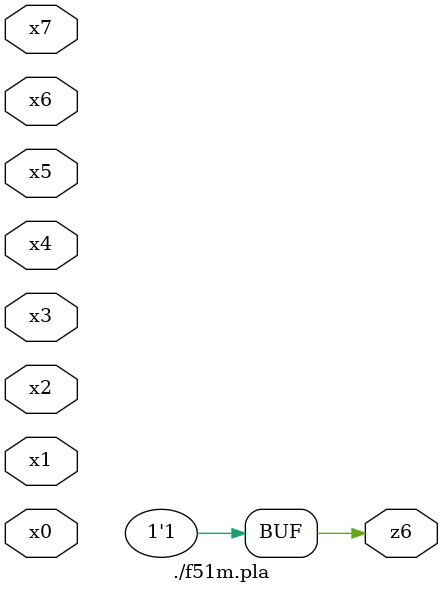
<source format=v>

module \./f51m.pla  ( 
    x0, x1, x2, x3, x4, x5, x6, x7,
    z6  );
  input  x0, x1, x2, x3, x4, x5, x6, x7;
  output z6;
  assign z6 = 1'b1;
endmodule



</source>
